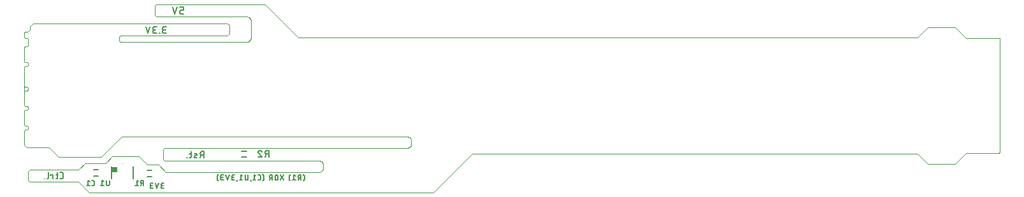
<source format=gbo>
G04 EAGLE Gerber X2 export*
%TF.Part,Single*%
%TF.FileFunction,Other,silk bottom*%
%TF.FilePolarity,Positive*%
%TF.GenerationSoftware,Autodesk,EAGLE,9.6.2*%
%TF.CreationDate,2021-11-14T09:40:45Z*%
G75*
%MOMM*%
%FSLAX34Y34*%
%LPD*%
%INsilk bottom*%
%AMOC8*
5,1,8,0,0,1.08239X$1,22.5*%
G01*
%ADD10C,0.000000*%
%ADD11C,0.152400*%
%ADD12C,0.127000*%
%ADD13C,0.010000*%
%ADD14R,0.750000X0.750000*%


D10*
X0Y-36000D02*
X3000Y-39000D01*
X32500Y-39000D01*
X0Y113500D02*
X1000Y114500D01*
X0Y113500D02*
X0Y107500D01*
X0Y94000D02*
X0Y75000D01*
X1000Y74000D01*
X4000Y74000D01*
X5000Y73000D01*
X5000Y70000D02*
X4000Y69000D01*
X1000Y69000D01*
X0Y68000D01*
X5000Y70000D02*
X5000Y73000D01*
X0Y68000D02*
X0Y42500D01*
X1000Y41500D01*
X4000Y41500D01*
X5000Y40500D01*
X5000Y37500D02*
X4000Y36500D01*
X1000Y36500D01*
X0Y35500D01*
X5000Y37500D02*
X5000Y40500D01*
X0Y42000D02*
X0Y35500D01*
X0Y16500D02*
X1000Y15500D01*
X4000Y15500D01*
X5000Y14500D01*
X5000Y11500D02*
X4000Y10500D01*
X1000Y10500D01*
X0Y9500D01*
X5000Y11500D02*
X5000Y14500D01*
X0Y-16500D02*
X0Y-36000D01*
X0Y-9500D02*
X0Y9500D01*
X0Y16500D02*
X0Y35500D01*
X0Y-9500D02*
X1000Y-10500D01*
X4000Y-10500D02*
X5000Y-11500D01*
X4000Y-10500D02*
X1000Y-10500D01*
X5000Y-11500D02*
X5000Y-14500D01*
X4000Y-15500D01*
X1000Y-15500D01*
X0Y-16500D01*
X1000Y106500D02*
X0Y107500D01*
X1000Y106500D02*
X4000Y106500D01*
X5000Y105500D01*
X5000Y96000D01*
X4000Y95000D01*
X1000Y95000D01*
X0Y94000D01*
D11*
X47460Y-81118D02*
X49379Y-81118D01*
X49465Y-81116D01*
X49551Y-81110D01*
X49637Y-81101D01*
X49722Y-81087D01*
X49806Y-81070D01*
X49890Y-81049D01*
X49972Y-81024D01*
X50053Y-80996D01*
X50133Y-80964D01*
X50212Y-80928D01*
X50288Y-80889D01*
X50363Y-80846D01*
X50436Y-80801D01*
X50507Y-80752D01*
X50575Y-80699D01*
X50642Y-80644D01*
X50705Y-80586D01*
X50766Y-80525D01*
X50824Y-80462D01*
X50879Y-80395D01*
X50932Y-80327D01*
X50981Y-80256D01*
X51026Y-80183D01*
X51069Y-80108D01*
X51108Y-80032D01*
X51144Y-79953D01*
X51176Y-79873D01*
X51204Y-79792D01*
X51229Y-79710D01*
X51250Y-79626D01*
X51267Y-79542D01*
X51281Y-79457D01*
X51290Y-79371D01*
X51296Y-79285D01*
X51298Y-79199D01*
X51298Y-74401D01*
X51296Y-74315D01*
X51290Y-74229D01*
X51281Y-74143D01*
X51267Y-74058D01*
X51250Y-73974D01*
X51229Y-73890D01*
X51204Y-73808D01*
X51176Y-73727D01*
X51144Y-73647D01*
X51108Y-73568D01*
X51069Y-73492D01*
X51026Y-73417D01*
X50981Y-73344D01*
X50932Y-73273D01*
X50879Y-73205D01*
X50824Y-73138D01*
X50766Y-73075D01*
X50705Y-73014D01*
X50642Y-72956D01*
X50576Y-72901D01*
X50507Y-72849D01*
X50436Y-72799D01*
X50363Y-72754D01*
X50288Y-72711D01*
X50212Y-72672D01*
X50133Y-72636D01*
X50053Y-72604D01*
X49972Y-72576D01*
X49890Y-72551D01*
X49806Y-72530D01*
X49722Y-72513D01*
X49637Y-72499D01*
X49551Y-72490D01*
X49465Y-72484D01*
X49379Y-72482D01*
X47460Y-72482D01*
X44615Y-75361D02*
X41737Y-75361D01*
X43656Y-72482D02*
X43656Y-79679D01*
X43655Y-79679D02*
X43653Y-79754D01*
X43647Y-79829D01*
X43637Y-79904D01*
X43624Y-79978D01*
X43606Y-80051D01*
X43585Y-80124D01*
X43559Y-80195D01*
X43531Y-80264D01*
X43498Y-80332D01*
X43462Y-80399D01*
X43423Y-80463D01*
X43380Y-80525D01*
X43334Y-80585D01*
X43285Y-80642D01*
X43234Y-80697D01*
X43179Y-80748D01*
X43122Y-80797D01*
X43062Y-80843D01*
X43000Y-80886D01*
X42936Y-80925D01*
X42869Y-80961D01*
X42801Y-80994D01*
X42732Y-81022D01*
X42661Y-81048D01*
X42588Y-81069D01*
X42515Y-81087D01*
X42441Y-81100D01*
X42366Y-81110D01*
X42291Y-81116D01*
X42216Y-81118D01*
X41737Y-81118D01*
X37597Y-81118D02*
X37597Y-75361D01*
X34719Y-75361D01*
X34719Y-76320D01*
X31539Y-79679D02*
X31539Y-72482D01*
X31539Y-79679D02*
X31537Y-79754D01*
X31531Y-79829D01*
X31521Y-79904D01*
X31508Y-79978D01*
X31490Y-80051D01*
X31469Y-80124D01*
X31443Y-80195D01*
X31415Y-80264D01*
X31382Y-80332D01*
X31346Y-80399D01*
X31307Y-80463D01*
X31264Y-80525D01*
X31218Y-80585D01*
X31169Y-80642D01*
X31118Y-80697D01*
X31063Y-80748D01*
X31006Y-80797D01*
X30946Y-80843D01*
X30884Y-80886D01*
X30820Y-80925D01*
X30753Y-80961D01*
X30685Y-80994D01*
X30616Y-81022D01*
X30545Y-81048D01*
X30472Y-81069D01*
X30399Y-81087D01*
X30325Y-81100D01*
X30250Y-81110D01*
X30175Y-81116D01*
X30100Y-81118D01*
X27155Y-81118D02*
X27155Y-80638D01*
X26676Y-80638D01*
X26676Y-81118D01*
X27155Y-81118D01*
X238298Y-53118D02*
X238298Y-44482D01*
X235899Y-44482D01*
X235802Y-44484D01*
X235706Y-44490D01*
X235610Y-44499D01*
X235514Y-44513D01*
X235419Y-44530D01*
X235325Y-44552D01*
X235232Y-44577D01*
X235139Y-44605D01*
X235048Y-44638D01*
X234959Y-44674D01*
X234871Y-44714D01*
X234784Y-44757D01*
X234700Y-44803D01*
X234617Y-44853D01*
X234536Y-44907D01*
X234458Y-44963D01*
X234382Y-45023D01*
X234308Y-45085D01*
X234237Y-45151D01*
X234169Y-45219D01*
X234103Y-45290D01*
X234041Y-45364D01*
X233981Y-45440D01*
X233925Y-45518D01*
X233871Y-45599D01*
X233821Y-45681D01*
X233775Y-45766D01*
X233732Y-45853D01*
X233692Y-45941D01*
X233656Y-46030D01*
X233623Y-46121D01*
X233595Y-46214D01*
X233570Y-46307D01*
X233548Y-46401D01*
X233531Y-46496D01*
X233517Y-46592D01*
X233508Y-46688D01*
X233502Y-46784D01*
X233500Y-46881D01*
X233502Y-46978D01*
X233508Y-47074D01*
X233517Y-47170D01*
X233531Y-47266D01*
X233548Y-47361D01*
X233570Y-47455D01*
X233595Y-47548D01*
X233623Y-47641D01*
X233656Y-47732D01*
X233692Y-47821D01*
X233732Y-47909D01*
X233775Y-47996D01*
X233821Y-48080D01*
X233871Y-48163D01*
X233925Y-48244D01*
X233981Y-48322D01*
X234041Y-48398D01*
X234103Y-48472D01*
X234169Y-48543D01*
X234237Y-48611D01*
X234308Y-48677D01*
X234382Y-48739D01*
X234458Y-48799D01*
X234536Y-48855D01*
X234617Y-48909D01*
X234699Y-48959D01*
X234784Y-49005D01*
X234871Y-49048D01*
X234959Y-49088D01*
X235048Y-49124D01*
X235139Y-49157D01*
X235232Y-49185D01*
X235325Y-49210D01*
X235419Y-49232D01*
X235514Y-49249D01*
X235610Y-49263D01*
X235706Y-49272D01*
X235802Y-49278D01*
X235899Y-49280D01*
X238298Y-49280D01*
X235419Y-49280D02*
X233500Y-53118D01*
X228649Y-49760D02*
X226250Y-50719D01*
X228649Y-49760D02*
X228712Y-49733D01*
X228774Y-49702D01*
X228834Y-49667D01*
X228892Y-49630D01*
X228948Y-49589D01*
X229001Y-49546D01*
X229052Y-49499D01*
X229100Y-49450D01*
X229146Y-49398D01*
X229188Y-49343D01*
X229228Y-49286D01*
X229264Y-49228D01*
X229297Y-49167D01*
X229326Y-49105D01*
X229352Y-49041D01*
X229375Y-48975D01*
X229393Y-48909D01*
X229408Y-48841D01*
X229420Y-48773D01*
X229427Y-48705D01*
X229431Y-48636D01*
X229430Y-48567D01*
X229426Y-48498D01*
X229418Y-48429D01*
X229407Y-48361D01*
X229391Y-48294D01*
X229372Y-48227D01*
X229350Y-48162D01*
X229323Y-48098D01*
X229293Y-48036D01*
X229260Y-47976D01*
X229223Y-47917D01*
X229184Y-47861D01*
X229141Y-47806D01*
X229095Y-47755D01*
X229047Y-47706D01*
X228995Y-47659D01*
X228942Y-47616D01*
X228886Y-47576D01*
X228827Y-47539D01*
X228767Y-47505D01*
X228705Y-47474D01*
X228642Y-47447D01*
X228577Y-47424D01*
X228511Y-47404D01*
X228444Y-47388D01*
X228376Y-47375D01*
X228307Y-47367D01*
X228238Y-47362D01*
X228169Y-47361D01*
X228030Y-47364D01*
X227891Y-47372D01*
X227752Y-47383D01*
X227614Y-47397D01*
X227476Y-47415D01*
X227338Y-47436D01*
X227201Y-47461D01*
X227065Y-47490D01*
X226929Y-47522D01*
X226795Y-47557D01*
X226661Y-47596D01*
X226528Y-47638D01*
X226397Y-47684D01*
X226267Y-47733D01*
X226138Y-47785D01*
X226010Y-47840D01*
X226250Y-50719D02*
X226187Y-50746D01*
X226125Y-50777D01*
X226065Y-50812D01*
X226007Y-50849D01*
X225951Y-50890D01*
X225898Y-50933D01*
X225847Y-50980D01*
X225799Y-51029D01*
X225753Y-51081D01*
X225711Y-51136D01*
X225671Y-51193D01*
X225635Y-51251D01*
X225602Y-51312D01*
X225573Y-51375D01*
X225547Y-51438D01*
X225524Y-51504D01*
X225506Y-51570D01*
X225491Y-51638D01*
X225479Y-51706D01*
X225472Y-51774D01*
X225468Y-51843D01*
X225469Y-51912D01*
X225473Y-51981D01*
X225481Y-52050D01*
X225492Y-52118D01*
X225508Y-52185D01*
X225527Y-52252D01*
X225549Y-52317D01*
X225576Y-52381D01*
X225606Y-52443D01*
X225639Y-52503D01*
X225676Y-52562D01*
X225715Y-52618D01*
X225758Y-52673D01*
X225804Y-52724D01*
X225852Y-52773D01*
X225904Y-52820D01*
X225957Y-52863D01*
X226013Y-52903D01*
X226072Y-52940D01*
X226132Y-52974D01*
X226194Y-53005D01*
X226257Y-53032D01*
X226322Y-53055D01*
X226388Y-53075D01*
X226455Y-53091D01*
X226523Y-53104D01*
X226592Y-53112D01*
X226661Y-53117D01*
X226730Y-53118D01*
X226729Y-53117D02*
X226922Y-53112D01*
X227114Y-53103D01*
X227306Y-53088D01*
X227497Y-53070D01*
X227688Y-53047D01*
X227879Y-53019D01*
X228069Y-52987D01*
X228257Y-52950D01*
X228445Y-52909D01*
X228632Y-52863D01*
X228818Y-52813D01*
X229003Y-52759D01*
X229186Y-52700D01*
X229368Y-52637D01*
X222289Y-47361D02*
X219411Y-47361D01*
X221330Y-44482D02*
X221330Y-51679D01*
X221328Y-51754D01*
X221322Y-51829D01*
X221312Y-51904D01*
X221299Y-51978D01*
X221281Y-52051D01*
X221260Y-52124D01*
X221234Y-52195D01*
X221206Y-52264D01*
X221173Y-52332D01*
X221137Y-52398D01*
X221098Y-52463D01*
X221055Y-52525D01*
X221009Y-52585D01*
X220960Y-52642D01*
X220909Y-52697D01*
X220854Y-52748D01*
X220797Y-52797D01*
X220737Y-52843D01*
X220675Y-52886D01*
X220611Y-52925D01*
X220544Y-52961D01*
X220476Y-52994D01*
X220407Y-53022D01*
X220336Y-53048D01*
X220263Y-53069D01*
X220190Y-53087D01*
X220116Y-53100D01*
X220041Y-53110D01*
X219966Y-53116D01*
X219891Y-53118D01*
X219411Y-53118D01*
X216107Y-53118D02*
X216107Y-52638D01*
X215627Y-52638D01*
X215627Y-53118D01*
X216107Y-53118D01*
D10*
X5000Y114500D02*
X1000Y114500D01*
X5000Y114500D02*
X7500Y117000D01*
X7500Y122000D01*
X11500Y126000D01*
X270000Y126000D01*
X272000Y124000D01*
X272000Y112000D01*
X270000Y110000D01*
X129000Y110000D01*
X126000Y107000D02*
X126000Y104000D01*
X129000Y101000D02*
X295000Y101000D01*
X301000Y108000D02*
X301000Y128000D01*
X295000Y135000D02*
X175000Y135000D01*
X173000Y137000D01*
X173000Y149000D01*
X175000Y151000D01*
X320000Y151000D01*
X363500Y107500D01*
X1295500Y106500D02*
X1296000Y106000D01*
X1296000Y-45500D01*
X1295000Y-46500D01*
X1295500Y106500D02*
X1251000Y106500D01*
X1187000Y107500D02*
X363500Y107500D01*
X129000Y110000D02*
X128893Y109998D01*
X128786Y109992D01*
X128679Y109983D01*
X128573Y109969D01*
X128467Y109952D01*
X128362Y109931D01*
X128258Y109907D01*
X128155Y109878D01*
X128053Y109846D01*
X127952Y109811D01*
X127852Y109772D01*
X127754Y109729D01*
X127657Y109683D01*
X127562Y109633D01*
X127469Y109580D01*
X127378Y109524D01*
X127289Y109464D01*
X127202Y109402D01*
X127118Y109336D01*
X127035Y109267D01*
X126956Y109196D01*
X126879Y109121D01*
X126804Y109044D01*
X126733Y108965D01*
X126664Y108882D01*
X126598Y108798D01*
X126536Y108711D01*
X126476Y108622D01*
X126420Y108531D01*
X126367Y108438D01*
X126317Y108343D01*
X126271Y108246D01*
X126228Y108148D01*
X126189Y108048D01*
X126154Y107947D01*
X126122Y107845D01*
X126093Y107742D01*
X126069Y107638D01*
X126048Y107533D01*
X126031Y107427D01*
X126017Y107321D01*
X126008Y107214D01*
X126002Y107107D01*
X126000Y107000D01*
X126000Y104000D02*
X126002Y103893D01*
X126008Y103786D01*
X126017Y103679D01*
X126031Y103573D01*
X126048Y103467D01*
X126069Y103362D01*
X126093Y103258D01*
X126122Y103155D01*
X126154Y103053D01*
X126189Y102952D01*
X126228Y102852D01*
X126271Y102754D01*
X126317Y102657D01*
X126367Y102562D01*
X126420Y102469D01*
X126476Y102378D01*
X126536Y102289D01*
X126598Y102202D01*
X126664Y102118D01*
X126733Y102035D01*
X126804Y101956D01*
X126879Y101879D01*
X126956Y101804D01*
X127035Y101733D01*
X127118Y101664D01*
X127202Y101598D01*
X127289Y101536D01*
X127378Y101476D01*
X127469Y101420D01*
X127562Y101367D01*
X127657Y101317D01*
X127754Y101271D01*
X127852Y101228D01*
X127952Y101189D01*
X128053Y101154D01*
X128155Y101122D01*
X128258Y101093D01*
X128362Y101069D01*
X128467Y101048D01*
X128573Y101031D01*
X128679Y101017D01*
X128786Y101008D01*
X128893Y101002D01*
X129000Y101000D01*
X295000Y101000D02*
X295159Y101014D01*
X295318Y101033D01*
X295477Y101055D01*
X295635Y101081D01*
X295792Y101110D01*
X295948Y101144D01*
X296104Y101181D01*
X296258Y101223D01*
X296412Y101268D01*
X296564Y101316D01*
X296715Y101369D01*
X296865Y101425D01*
X297014Y101485D01*
X297160Y101549D01*
X297306Y101616D01*
X297449Y101686D01*
X297591Y101760D01*
X297731Y101838D01*
X297869Y101919D01*
X298005Y102003D01*
X298139Y102091D01*
X298270Y102182D01*
X298400Y102276D01*
X298527Y102373D01*
X298651Y102474D01*
X298774Y102577D01*
X298893Y102684D01*
X299010Y102793D01*
X299124Y102905D01*
X299235Y103020D01*
X299344Y103137D01*
X299450Y103257D01*
X299552Y103380D01*
X299652Y103505D01*
X299748Y103633D01*
X299842Y103763D01*
X299932Y103895D01*
X300019Y104030D01*
X300102Y104166D01*
X300182Y104305D01*
X300259Y104445D01*
X300332Y104587D01*
X300402Y104731D01*
X300468Y104877D01*
X300531Y105024D01*
X300590Y105173D01*
X300645Y105323D01*
X300696Y105475D01*
X300744Y105627D01*
X300788Y105781D01*
X300829Y105936D01*
X300865Y106092D01*
X300898Y106248D01*
X300926Y106406D01*
X300951Y106564D01*
X300972Y106722D01*
X300990Y106881D01*
X301003Y107041D01*
X301012Y107201D01*
X301018Y107360D01*
X301019Y107520D01*
X301017Y107680D01*
X301010Y107840D01*
X301000Y108000D01*
X301000Y128000D02*
X301021Y128153D01*
X301039Y128306D01*
X301053Y128459D01*
X301063Y128613D01*
X301069Y128767D01*
X301071Y128921D01*
X301069Y129074D01*
X301064Y129228D01*
X301054Y129382D01*
X301041Y129535D01*
X301023Y129688D01*
X301002Y129841D01*
X300977Y129993D01*
X300948Y130144D01*
X300915Y130294D01*
X300879Y130444D01*
X300839Y130592D01*
X300795Y130740D01*
X300747Y130886D01*
X300695Y131031D01*
X300640Y131175D01*
X300581Y131317D01*
X300519Y131458D01*
X300453Y131597D01*
X300384Y131735D01*
X300311Y131870D01*
X300235Y132004D01*
X300155Y132136D01*
X300072Y132265D01*
X299986Y132393D01*
X299896Y132518D01*
X299804Y132641D01*
X299708Y132762D01*
X299609Y132880D01*
X299508Y132996D01*
X299403Y133109D01*
X299296Y133219D01*
X299186Y133326D01*
X299073Y133431D01*
X298957Y133533D01*
X298839Y133632D01*
X298719Y133728D01*
X298596Y133820D01*
X298471Y133910D01*
X298343Y133996D01*
X298214Y134080D01*
X298082Y134159D01*
X297949Y134236D01*
X297813Y134309D01*
X297676Y134378D01*
X297537Y134445D01*
X297396Y134507D01*
X297254Y134566D01*
X297110Y134621D01*
X296965Y134673D01*
X296819Y134721D01*
X296672Y134765D01*
X296523Y134806D01*
X296374Y134843D01*
X296223Y134876D01*
X296072Y134905D01*
X295920Y134930D01*
X295768Y134951D01*
X295615Y134969D01*
X295461Y134982D01*
X295308Y134992D01*
X295154Y134998D01*
X295000Y135000D01*
X102000Y-52000D02*
X45500Y-52000D01*
X32500Y-39000D01*
X102000Y-52000D02*
X129000Y-25000D01*
X514000Y-31000D02*
X514000Y-34000D01*
X508000Y-40000D02*
X186000Y-40000D01*
X184000Y-42000D01*
X184000Y-55000D01*
X186000Y-57000D01*
X508000Y-24999D02*
X508148Y-24990D01*
X508296Y-24985D01*
X508445Y-24983D01*
X508593Y-24985D01*
X508741Y-24992D01*
X508889Y-25002D01*
X509036Y-25016D01*
X509184Y-25034D01*
X509330Y-25056D01*
X509476Y-25082D01*
X509621Y-25112D01*
X509766Y-25145D01*
X509909Y-25183D01*
X510052Y-25224D01*
X510193Y-25269D01*
X510333Y-25317D01*
X510472Y-25370D01*
X510609Y-25426D01*
X510745Y-25485D01*
X510879Y-25549D01*
X511011Y-25615D01*
X511142Y-25686D01*
X511270Y-25759D01*
X511397Y-25836D01*
X511521Y-25917D01*
X511644Y-26000D01*
X511764Y-26087D01*
X511882Y-26177D01*
X511997Y-26270D01*
X512110Y-26367D01*
X512220Y-26466D01*
X512328Y-26568D01*
X512432Y-26672D01*
X512534Y-26780D01*
X512633Y-26890D01*
X512730Y-27003D01*
X512823Y-27118D01*
X512913Y-27236D01*
X513000Y-27356D01*
X513083Y-27479D01*
X513164Y-27603D01*
X513241Y-27730D01*
X513314Y-27858D01*
X513385Y-27989D01*
X513451Y-28121D01*
X513515Y-28255D01*
X513574Y-28391D01*
X513630Y-28528D01*
X513683Y-28667D01*
X513731Y-28807D01*
X513776Y-28948D01*
X513817Y-29091D01*
X513855Y-29234D01*
X513888Y-29379D01*
X513918Y-29524D01*
X513944Y-29670D01*
X513966Y-29816D01*
X513984Y-29964D01*
X513998Y-30111D01*
X514008Y-30259D01*
X514015Y-30407D01*
X514017Y-30555D01*
X514015Y-30704D01*
X514010Y-30852D01*
X514001Y-31000D01*
X514001Y-34000D02*
X514010Y-34148D01*
X514015Y-34296D01*
X514017Y-34445D01*
X514015Y-34593D01*
X514008Y-34741D01*
X513998Y-34889D01*
X513984Y-35036D01*
X513966Y-35184D01*
X513944Y-35330D01*
X513918Y-35476D01*
X513888Y-35621D01*
X513855Y-35766D01*
X513817Y-35909D01*
X513776Y-36052D01*
X513731Y-36193D01*
X513683Y-36333D01*
X513630Y-36472D01*
X513574Y-36609D01*
X513515Y-36745D01*
X513451Y-36879D01*
X513385Y-37011D01*
X513314Y-37142D01*
X513241Y-37270D01*
X513164Y-37397D01*
X513083Y-37521D01*
X513000Y-37644D01*
X512913Y-37764D01*
X512823Y-37882D01*
X512730Y-37997D01*
X512633Y-38110D01*
X512534Y-38220D01*
X512432Y-38328D01*
X512328Y-38432D01*
X512220Y-38534D01*
X512110Y-38633D01*
X511997Y-38730D01*
X511882Y-38823D01*
X511764Y-38913D01*
X511644Y-39000D01*
X511521Y-39083D01*
X511397Y-39164D01*
X511270Y-39241D01*
X511142Y-39314D01*
X511011Y-39385D01*
X510879Y-39451D01*
X510745Y-39515D01*
X510609Y-39574D01*
X510472Y-39630D01*
X510333Y-39683D01*
X510193Y-39731D01*
X510052Y-39776D01*
X509909Y-39817D01*
X509766Y-39855D01*
X509621Y-39888D01*
X509476Y-39918D01*
X509330Y-39944D01*
X509184Y-39966D01*
X509036Y-39984D01*
X508889Y-39998D01*
X508741Y-40008D01*
X508593Y-40015D01*
X508445Y-40017D01*
X508296Y-40015D01*
X508148Y-40010D01*
X508000Y-40001D01*
X508000Y-25000D02*
X129000Y-25000D01*
X7000Y-85000D02*
X5000Y-83000D01*
X5000Y-71000D01*
X7000Y-69000D01*
X72000Y-69000D01*
X81000Y-60000D01*
X108000Y-60000D01*
X117000Y-51000D01*
X152000Y-51000D01*
X163000Y-62000D01*
X178000Y-62000D01*
X391000Y-56999D02*
X391148Y-56990D01*
X391296Y-56985D01*
X391445Y-56983D01*
X391593Y-56985D01*
X391741Y-56992D01*
X391889Y-57002D01*
X392036Y-57016D01*
X392184Y-57034D01*
X392330Y-57056D01*
X392476Y-57082D01*
X392621Y-57112D01*
X392766Y-57145D01*
X392909Y-57183D01*
X393052Y-57224D01*
X393193Y-57269D01*
X393333Y-57317D01*
X393472Y-57370D01*
X393609Y-57426D01*
X393745Y-57485D01*
X393879Y-57549D01*
X394011Y-57615D01*
X394142Y-57686D01*
X394270Y-57759D01*
X394397Y-57836D01*
X394521Y-57917D01*
X394644Y-58000D01*
X394764Y-58087D01*
X394882Y-58177D01*
X394997Y-58270D01*
X395110Y-58367D01*
X395220Y-58466D01*
X395328Y-58568D01*
X395432Y-58672D01*
X395534Y-58780D01*
X395633Y-58890D01*
X395730Y-59003D01*
X395823Y-59118D01*
X395913Y-59236D01*
X396000Y-59356D01*
X396083Y-59479D01*
X396164Y-59603D01*
X396241Y-59730D01*
X396314Y-59858D01*
X396385Y-59989D01*
X396451Y-60121D01*
X396515Y-60255D01*
X396574Y-60391D01*
X396630Y-60528D01*
X396683Y-60667D01*
X396731Y-60807D01*
X396776Y-60948D01*
X396817Y-61091D01*
X396855Y-61234D01*
X396888Y-61379D01*
X396918Y-61524D01*
X396944Y-61670D01*
X396966Y-61816D01*
X396984Y-61964D01*
X396998Y-62111D01*
X397008Y-62259D01*
X397015Y-62407D01*
X397017Y-62555D01*
X397015Y-62704D01*
X397010Y-62852D01*
X397001Y-63000D01*
X397000Y-63000D02*
X397000Y-66000D01*
X397001Y-66000D02*
X397010Y-66148D01*
X397015Y-66296D01*
X397017Y-66445D01*
X397015Y-66593D01*
X397008Y-66741D01*
X396998Y-66889D01*
X396984Y-67036D01*
X396966Y-67184D01*
X396944Y-67330D01*
X396918Y-67476D01*
X396888Y-67621D01*
X396855Y-67766D01*
X396817Y-67909D01*
X396776Y-68052D01*
X396731Y-68193D01*
X396683Y-68333D01*
X396630Y-68472D01*
X396574Y-68609D01*
X396515Y-68745D01*
X396451Y-68879D01*
X396385Y-69011D01*
X396314Y-69142D01*
X396241Y-69270D01*
X396164Y-69397D01*
X396083Y-69521D01*
X396000Y-69644D01*
X395913Y-69764D01*
X395823Y-69882D01*
X395730Y-69997D01*
X395633Y-70110D01*
X395534Y-70220D01*
X395432Y-70328D01*
X395328Y-70432D01*
X395220Y-70534D01*
X395110Y-70633D01*
X394997Y-70730D01*
X394882Y-70823D01*
X394764Y-70913D01*
X394644Y-71000D01*
X394521Y-71083D01*
X394397Y-71164D01*
X394270Y-71241D01*
X394142Y-71314D01*
X394011Y-71385D01*
X393879Y-71451D01*
X393745Y-71515D01*
X393609Y-71574D01*
X393472Y-71630D01*
X393333Y-71683D01*
X393193Y-71731D01*
X393052Y-71776D01*
X392909Y-71817D01*
X392766Y-71855D01*
X392621Y-71888D01*
X392476Y-71918D01*
X392330Y-71944D01*
X392184Y-71966D01*
X392036Y-71984D01*
X391889Y-71998D01*
X391741Y-72008D01*
X391593Y-72015D01*
X391445Y-72017D01*
X391296Y-72015D01*
X391148Y-72010D01*
X391000Y-72001D01*
X391000Y-72000D02*
X188000Y-72000D01*
X178000Y-62000D01*
X186000Y-57000D02*
X391000Y-57000D01*
X72000Y-85000D02*
X7000Y-85000D01*
X72000Y-85000D02*
X86000Y-99000D01*
X543500Y-99000D01*
X595000Y-47500D01*
X1187000Y-47500D02*
X1200500Y-61000D01*
X1236500Y-61000D01*
X1251000Y-46500D01*
X1295000Y-46500D01*
X1187000Y-47500D02*
X595000Y-47500D01*
D12*
X372425Y-79316D02*
X372423Y-79159D01*
X372417Y-79002D01*
X372408Y-78846D01*
X372395Y-78689D01*
X372378Y-78533D01*
X372357Y-78378D01*
X372333Y-78223D01*
X372305Y-78068D01*
X372273Y-77914D01*
X372237Y-77762D01*
X372198Y-77610D01*
X372155Y-77459D01*
X372109Y-77309D01*
X372059Y-77160D01*
X372005Y-77013D01*
X371948Y-76866D01*
X371887Y-76722D01*
X371823Y-76578D01*
X371755Y-76437D01*
X371684Y-76297D01*
X371610Y-76158D01*
X371533Y-76022D01*
X371452Y-75888D01*
X371368Y-75755D01*
X371280Y-75625D01*
X371190Y-75496D01*
X371097Y-75370D01*
X371000Y-75246D01*
X370901Y-75125D01*
X372425Y-79316D02*
X372423Y-79473D01*
X372417Y-79630D01*
X372408Y-79786D01*
X372395Y-79943D01*
X372378Y-80099D01*
X372357Y-80254D01*
X372333Y-80409D01*
X372305Y-80564D01*
X372273Y-80718D01*
X372237Y-80870D01*
X372198Y-81022D01*
X372155Y-81173D01*
X372109Y-81323D01*
X372059Y-81472D01*
X372005Y-81619D01*
X371948Y-81766D01*
X371887Y-81910D01*
X371823Y-82054D01*
X371755Y-82195D01*
X371684Y-82335D01*
X371610Y-82474D01*
X371533Y-82610D01*
X371452Y-82744D01*
X371368Y-82877D01*
X371280Y-83007D01*
X371190Y-83136D01*
X371097Y-83262D01*
X371000Y-83386D01*
X370901Y-83507D01*
X367430Y-82745D02*
X367430Y-75887D01*
X365525Y-75887D01*
X365440Y-75889D01*
X365354Y-75895D01*
X365269Y-75904D01*
X365185Y-75918D01*
X365101Y-75935D01*
X365018Y-75956D01*
X364936Y-75980D01*
X364856Y-76008D01*
X364776Y-76040D01*
X364698Y-76076D01*
X364622Y-76114D01*
X364548Y-76157D01*
X364476Y-76202D01*
X364405Y-76251D01*
X364337Y-76303D01*
X364272Y-76357D01*
X364209Y-76415D01*
X364148Y-76476D01*
X364090Y-76539D01*
X364036Y-76604D01*
X363984Y-76672D01*
X363935Y-76743D01*
X363890Y-76815D01*
X363847Y-76889D01*
X363809Y-76965D01*
X363773Y-77043D01*
X363741Y-77123D01*
X363713Y-77203D01*
X363689Y-77285D01*
X363668Y-77368D01*
X363651Y-77452D01*
X363637Y-77536D01*
X363628Y-77621D01*
X363622Y-77707D01*
X363620Y-77792D01*
X363622Y-77877D01*
X363628Y-77963D01*
X363637Y-78048D01*
X363651Y-78132D01*
X363668Y-78216D01*
X363689Y-78299D01*
X363713Y-78381D01*
X363741Y-78461D01*
X363773Y-78541D01*
X363809Y-78619D01*
X363847Y-78695D01*
X363890Y-78769D01*
X363935Y-78841D01*
X363984Y-78912D01*
X364036Y-78980D01*
X364090Y-79045D01*
X364148Y-79108D01*
X364209Y-79169D01*
X364272Y-79227D01*
X364337Y-79281D01*
X364405Y-79333D01*
X364476Y-79382D01*
X364548Y-79427D01*
X364622Y-79470D01*
X364698Y-79508D01*
X364776Y-79544D01*
X364856Y-79576D01*
X364936Y-79604D01*
X365018Y-79628D01*
X365101Y-79649D01*
X365185Y-79666D01*
X365269Y-79680D01*
X365354Y-79689D01*
X365440Y-79695D01*
X365525Y-79697D01*
X367430Y-79697D01*
X365144Y-79697D02*
X363620Y-82745D01*
X360185Y-77411D02*
X358280Y-75887D01*
X358280Y-82745D01*
X360185Y-82745D02*
X356375Y-82745D01*
X353217Y-83507D02*
X353118Y-83386D01*
X353021Y-83262D01*
X352928Y-83136D01*
X352838Y-83007D01*
X352750Y-82877D01*
X352666Y-82744D01*
X352585Y-82610D01*
X352508Y-82474D01*
X352434Y-82335D01*
X352363Y-82195D01*
X352295Y-82054D01*
X352231Y-81910D01*
X352170Y-81766D01*
X352113Y-81619D01*
X352059Y-81472D01*
X352009Y-81323D01*
X351963Y-81173D01*
X351920Y-81022D01*
X351881Y-80870D01*
X351845Y-80718D01*
X351813Y-80564D01*
X351785Y-80409D01*
X351761Y-80254D01*
X351740Y-80099D01*
X351723Y-79943D01*
X351710Y-79786D01*
X351701Y-79630D01*
X351695Y-79473D01*
X351693Y-79316D01*
X351695Y-79159D01*
X351701Y-79002D01*
X351710Y-78846D01*
X351723Y-78689D01*
X351740Y-78533D01*
X351761Y-78378D01*
X351785Y-78223D01*
X351813Y-78068D01*
X351845Y-77914D01*
X351881Y-77762D01*
X351920Y-77610D01*
X351963Y-77459D01*
X352009Y-77309D01*
X352059Y-77160D01*
X352113Y-77013D01*
X352170Y-76866D01*
X352231Y-76722D01*
X352295Y-76578D01*
X352363Y-76437D01*
X352434Y-76297D01*
X352508Y-76158D01*
X352585Y-76022D01*
X352666Y-75888D01*
X352750Y-75755D01*
X352838Y-75625D01*
X352928Y-75496D01*
X353021Y-75370D01*
X353118Y-75246D01*
X353217Y-75125D01*
X344716Y-82745D02*
X340144Y-75887D01*
X344716Y-75887D02*
X340144Y-82745D01*
X337020Y-80840D02*
X337020Y-77792D01*
X337018Y-77707D01*
X337012Y-77621D01*
X337003Y-77536D01*
X336989Y-77452D01*
X336972Y-77368D01*
X336951Y-77285D01*
X336927Y-77203D01*
X336899Y-77123D01*
X336867Y-77043D01*
X336831Y-76965D01*
X336793Y-76889D01*
X336750Y-76815D01*
X336705Y-76743D01*
X336656Y-76672D01*
X336604Y-76604D01*
X336550Y-76539D01*
X336492Y-76476D01*
X336431Y-76415D01*
X336368Y-76357D01*
X336303Y-76303D01*
X336235Y-76251D01*
X336164Y-76202D01*
X336092Y-76157D01*
X336018Y-76114D01*
X335942Y-76076D01*
X335864Y-76040D01*
X335784Y-76008D01*
X335704Y-75980D01*
X335622Y-75956D01*
X335539Y-75935D01*
X335455Y-75918D01*
X335371Y-75904D01*
X335286Y-75895D01*
X335200Y-75889D01*
X335115Y-75887D01*
X335030Y-75889D01*
X334944Y-75895D01*
X334859Y-75904D01*
X334775Y-75918D01*
X334691Y-75935D01*
X334608Y-75956D01*
X334526Y-75980D01*
X334446Y-76008D01*
X334366Y-76040D01*
X334288Y-76076D01*
X334212Y-76114D01*
X334138Y-76157D01*
X334066Y-76202D01*
X333995Y-76251D01*
X333927Y-76303D01*
X333862Y-76357D01*
X333799Y-76415D01*
X333738Y-76476D01*
X333680Y-76539D01*
X333626Y-76604D01*
X333574Y-76672D01*
X333525Y-76743D01*
X333480Y-76815D01*
X333437Y-76889D01*
X333399Y-76965D01*
X333363Y-77043D01*
X333331Y-77123D01*
X333303Y-77203D01*
X333279Y-77285D01*
X333258Y-77368D01*
X333241Y-77452D01*
X333227Y-77536D01*
X333218Y-77621D01*
X333212Y-77707D01*
X333210Y-77792D01*
X333210Y-80840D01*
X333212Y-80925D01*
X333218Y-81011D01*
X333227Y-81096D01*
X333241Y-81180D01*
X333258Y-81264D01*
X333279Y-81347D01*
X333303Y-81429D01*
X333331Y-81509D01*
X333363Y-81589D01*
X333399Y-81667D01*
X333437Y-81743D01*
X333480Y-81817D01*
X333525Y-81889D01*
X333574Y-81960D01*
X333626Y-82028D01*
X333680Y-82093D01*
X333738Y-82156D01*
X333799Y-82217D01*
X333862Y-82275D01*
X333927Y-82329D01*
X333995Y-82381D01*
X334066Y-82430D01*
X334138Y-82475D01*
X334212Y-82518D01*
X334288Y-82556D01*
X334366Y-82592D01*
X334446Y-82624D01*
X334526Y-82652D01*
X334608Y-82676D01*
X334691Y-82697D01*
X334775Y-82714D01*
X334859Y-82728D01*
X334944Y-82737D01*
X335030Y-82743D01*
X335115Y-82745D01*
X335200Y-82743D01*
X335286Y-82737D01*
X335371Y-82728D01*
X335455Y-82714D01*
X335539Y-82697D01*
X335622Y-82676D01*
X335704Y-82652D01*
X335784Y-82624D01*
X335864Y-82592D01*
X335942Y-82556D01*
X336018Y-82518D01*
X336092Y-82475D01*
X336164Y-82430D01*
X336235Y-82381D01*
X336303Y-82329D01*
X336368Y-82275D01*
X336431Y-82217D01*
X336492Y-82156D01*
X336550Y-82093D01*
X336604Y-82028D01*
X336656Y-81960D01*
X336705Y-81889D01*
X336750Y-81817D01*
X336793Y-81743D01*
X336831Y-81667D01*
X336867Y-81589D01*
X336899Y-81509D01*
X336927Y-81429D01*
X336951Y-81347D01*
X336972Y-81264D01*
X336989Y-81180D01*
X337003Y-81096D01*
X337012Y-81011D01*
X337018Y-80925D01*
X337020Y-80840D01*
X329391Y-82745D02*
X329391Y-75887D01*
X327486Y-75887D01*
X327401Y-75889D01*
X327315Y-75895D01*
X327230Y-75904D01*
X327146Y-75918D01*
X327062Y-75935D01*
X326979Y-75956D01*
X326897Y-75980D01*
X326817Y-76008D01*
X326737Y-76040D01*
X326659Y-76076D01*
X326583Y-76114D01*
X326509Y-76157D01*
X326437Y-76202D01*
X326366Y-76251D01*
X326298Y-76303D01*
X326233Y-76357D01*
X326170Y-76415D01*
X326109Y-76476D01*
X326051Y-76539D01*
X325997Y-76604D01*
X325945Y-76672D01*
X325896Y-76743D01*
X325851Y-76815D01*
X325808Y-76889D01*
X325770Y-76965D01*
X325734Y-77043D01*
X325702Y-77123D01*
X325674Y-77203D01*
X325650Y-77285D01*
X325629Y-77368D01*
X325612Y-77452D01*
X325598Y-77536D01*
X325589Y-77621D01*
X325583Y-77707D01*
X325581Y-77792D01*
X325583Y-77877D01*
X325589Y-77963D01*
X325598Y-78048D01*
X325612Y-78132D01*
X325629Y-78216D01*
X325650Y-78299D01*
X325674Y-78381D01*
X325702Y-78461D01*
X325734Y-78541D01*
X325770Y-78619D01*
X325808Y-78695D01*
X325851Y-78769D01*
X325896Y-78841D01*
X325945Y-78912D01*
X325997Y-78980D01*
X326051Y-79045D01*
X326109Y-79108D01*
X326170Y-79169D01*
X326233Y-79227D01*
X326298Y-79281D01*
X326366Y-79333D01*
X326437Y-79382D01*
X326509Y-79427D01*
X326583Y-79470D01*
X326659Y-79508D01*
X326737Y-79544D01*
X326817Y-79576D01*
X326897Y-79604D01*
X326979Y-79628D01*
X327062Y-79649D01*
X327146Y-79666D01*
X327230Y-79680D01*
X327315Y-79689D01*
X327401Y-79695D01*
X327486Y-79697D01*
X329391Y-79697D01*
X327105Y-79697D02*
X325581Y-82745D01*
X318293Y-79316D02*
X318291Y-79159D01*
X318285Y-79002D01*
X318276Y-78846D01*
X318263Y-78689D01*
X318246Y-78533D01*
X318225Y-78378D01*
X318201Y-78223D01*
X318173Y-78068D01*
X318141Y-77914D01*
X318105Y-77762D01*
X318066Y-77610D01*
X318023Y-77459D01*
X317977Y-77309D01*
X317927Y-77160D01*
X317873Y-77013D01*
X317816Y-76866D01*
X317755Y-76722D01*
X317691Y-76578D01*
X317623Y-76437D01*
X317552Y-76297D01*
X317478Y-76158D01*
X317401Y-76022D01*
X317320Y-75888D01*
X317236Y-75755D01*
X317148Y-75625D01*
X317058Y-75496D01*
X316965Y-75370D01*
X316868Y-75246D01*
X316769Y-75125D01*
X318293Y-79316D02*
X318291Y-79473D01*
X318285Y-79630D01*
X318276Y-79786D01*
X318263Y-79943D01*
X318246Y-80099D01*
X318225Y-80254D01*
X318201Y-80409D01*
X318173Y-80564D01*
X318141Y-80718D01*
X318105Y-80870D01*
X318066Y-81022D01*
X318023Y-81173D01*
X317977Y-81323D01*
X317927Y-81472D01*
X317873Y-81619D01*
X317816Y-81766D01*
X317755Y-81910D01*
X317691Y-82054D01*
X317623Y-82195D01*
X317552Y-82335D01*
X317478Y-82474D01*
X317401Y-82610D01*
X317320Y-82744D01*
X317236Y-82877D01*
X317148Y-83007D01*
X317058Y-83136D01*
X316965Y-83262D01*
X316868Y-83386D01*
X316769Y-83507D01*
X312119Y-82745D02*
X310595Y-82745D01*
X312119Y-82745D02*
X312196Y-82743D01*
X312273Y-82737D01*
X312350Y-82727D01*
X312426Y-82714D01*
X312501Y-82696D01*
X312575Y-82675D01*
X312648Y-82650D01*
X312720Y-82621D01*
X312790Y-82589D01*
X312859Y-82554D01*
X312925Y-82514D01*
X312990Y-82472D01*
X313052Y-82426D01*
X313112Y-82377D01*
X313169Y-82326D01*
X313224Y-82271D01*
X313275Y-82214D01*
X313324Y-82154D01*
X313370Y-82092D01*
X313412Y-82027D01*
X313452Y-81961D01*
X313487Y-81892D01*
X313519Y-81822D01*
X313548Y-81750D01*
X313573Y-81677D01*
X313594Y-81603D01*
X313612Y-81528D01*
X313625Y-81452D01*
X313635Y-81375D01*
X313641Y-81298D01*
X313643Y-81221D01*
X313643Y-77411D01*
X313641Y-77334D01*
X313635Y-77257D01*
X313625Y-77180D01*
X313612Y-77104D01*
X313594Y-77029D01*
X313573Y-76955D01*
X313548Y-76882D01*
X313519Y-76810D01*
X313487Y-76740D01*
X313452Y-76671D01*
X313412Y-76605D01*
X313370Y-76540D01*
X313324Y-76478D01*
X313275Y-76418D01*
X313224Y-76361D01*
X313169Y-76306D01*
X313112Y-76255D01*
X313052Y-76206D01*
X312990Y-76160D01*
X312925Y-76118D01*
X312859Y-76078D01*
X312790Y-76043D01*
X312720Y-76011D01*
X312648Y-75982D01*
X312575Y-75957D01*
X312501Y-75936D01*
X312426Y-75918D01*
X312350Y-75905D01*
X312273Y-75895D01*
X312196Y-75889D01*
X312119Y-75887D01*
X310595Y-75887D01*
X307515Y-77411D02*
X305610Y-75887D01*
X305610Y-82745D01*
X307515Y-82745D02*
X303705Y-82745D01*
X300721Y-82745D02*
X300340Y-82745D01*
X300721Y-82745D02*
X300721Y-82364D01*
X300340Y-82364D01*
X300340Y-82745D01*
X300912Y-84269D01*
X297030Y-80840D02*
X297030Y-75887D01*
X297030Y-80840D02*
X297028Y-80925D01*
X297022Y-81011D01*
X297013Y-81096D01*
X296999Y-81180D01*
X296982Y-81264D01*
X296961Y-81347D01*
X296937Y-81429D01*
X296909Y-81509D01*
X296877Y-81589D01*
X296841Y-81667D01*
X296803Y-81743D01*
X296760Y-81817D01*
X296715Y-81889D01*
X296666Y-81960D01*
X296614Y-82028D01*
X296560Y-82093D01*
X296502Y-82156D01*
X296441Y-82217D01*
X296378Y-82275D01*
X296313Y-82329D01*
X296245Y-82381D01*
X296174Y-82430D01*
X296102Y-82475D01*
X296028Y-82518D01*
X295952Y-82556D01*
X295874Y-82592D01*
X295794Y-82624D01*
X295714Y-82652D01*
X295632Y-82676D01*
X295549Y-82697D01*
X295465Y-82714D01*
X295381Y-82728D01*
X295296Y-82737D01*
X295210Y-82743D01*
X295125Y-82745D01*
X295040Y-82743D01*
X294954Y-82737D01*
X294869Y-82728D01*
X294785Y-82714D01*
X294701Y-82697D01*
X294618Y-82676D01*
X294536Y-82652D01*
X294456Y-82624D01*
X294376Y-82592D01*
X294298Y-82556D01*
X294222Y-82518D01*
X294148Y-82475D01*
X294076Y-82430D01*
X294005Y-82381D01*
X293937Y-82329D01*
X293872Y-82275D01*
X293809Y-82217D01*
X293748Y-82156D01*
X293690Y-82093D01*
X293636Y-82028D01*
X293584Y-81960D01*
X293535Y-81889D01*
X293490Y-81817D01*
X293447Y-81743D01*
X293409Y-81667D01*
X293373Y-81589D01*
X293341Y-81509D01*
X293313Y-81429D01*
X293289Y-81347D01*
X293268Y-81264D01*
X293251Y-81180D01*
X293237Y-81096D01*
X293228Y-81011D01*
X293222Y-80925D01*
X293220Y-80840D01*
X293220Y-75887D01*
X289471Y-77411D02*
X287566Y-75887D01*
X287566Y-82745D01*
X289471Y-82745D02*
X285661Y-82745D01*
X282677Y-82745D02*
X282296Y-82745D01*
X282677Y-82745D02*
X282677Y-82364D01*
X282296Y-82364D01*
X282296Y-82745D01*
X282867Y-84269D01*
X279230Y-82745D02*
X277325Y-82745D01*
X277240Y-82743D01*
X277154Y-82737D01*
X277069Y-82728D01*
X276985Y-82714D01*
X276901Y-82697D01*
X276818Y-82676D01*
X276736Y-82652D01*
X276656Y-82624D01*
X276576Y-82592D01*
X276498Y-82556D01*
X276422Y-82518D01*
X276348Y-82475D01*
X276276Y-82430D01*
X276205Y-82381D01*
X276137Y-82329D01*
X276072Y-82275D01*
X276009Y-82217D01*
X275948Y-82156D01*
X275890Y-82093D01*
X275836Y-82028D01*
X275784Y-81960D01*
X275735Y-81889D01*
X275690Y-81817D01*
X275647Y-81743D01*
X275609Y-81667D01*
X275573Y-81589D01*
X275541Y-81509D01*
X275513Y-81429D01*
X275489Y-81347D01*
X275468Y-81264D01*
X275451Y-81180D01*
X275437Y-81096D01*
X275428Y-81011D01*
X275422Y-80925D01*
X275420Y-80840D01*
X275422Y-80755D01*
X275428Y-80669D01*
X275437Y-80584D01*
X275451Y-80500D01*
X275468Y-80416D01*
X275489Y-80333D01*
X275513Y-80251D01*
X275541Y-80171D01*
X275573Y-80091D01*
X275609Y-80013D01*
X275647Y-79937D01*
X275690Y-79863D01*
X275735Y-79791D01*
X275784Y-79720D01*
X275836Y-79652D01*
X275890Y-79587D01*
X275948Y-79524D01*
X276009Y-79463D01*
X276072Y-79405D01*
X276137Y-79351D01*
X276205Y-79299D01*
X276276Y-79250D01*
X276348Y-79205D01*
X276422Y-79162D01*
X276498Y-79124D01*
X276576Y-79088D01*
X276656Y-79056D01*
X276736Y-79028D01*
X276818Y-79004D01*
X276901Y-78983D01*
X276985Y-78966D01*
X277069Y-78952D01*
X277154Y-78943D01*
X277240Y-78937D01*
X277325Y-78935D01*
X276944Y-75887D02*
X279230Y-75887D01*
X276944Y-75887D02*
X276867Y-75889D01*
X276790Y-75895D01*
X276713Y-75905D01*
X276637Y-75918D01*
X276562Y-75936D01*
X276488Y-75957D01*
X276415Y-75982D01*
X276343Y-76011D01*
X276273Y-76043D01*
X276204Y-76078D01*
X276138Y-76118D01*
X276073Y-76160D01*
X276011Y-76206D01*
X275951Y-76255D01*
X275894Y-76306D01*
X275839Y-76361D01*
X275788Y-76418D01*
X275739Y-76478D01*
X275693Y-76540D01*
X275651Y-76605D01*
X275611Y-76671D01*
X275576Y-76740D01*
X275544Y-76810D01*
X275515Y-76882D01*
X275490Y-76955D01*
X275469Y-77029D01*
X275451Y-77104D01*
X275438Y-77180D01*
X275428Y-77257D01*
X275422Y-77334D01*
X275420Y-77411D01*
X275422Y-77488D01*
X275428Y-77565D01*
X275438Y-77642D01*
X275451Y-77718D01*
X275469Y-77793D01*
X275490Y-77867D01*
X275515Y-77940D01*
X275544Y-78012D01*
X275576Y-78082D01*
X275611Y-78151D01*
X275651Y-78217D01*
X275693Y-78282D01*
X275739Y-78344D01*
X275788Y-78404D01*
X275839Y-78461D01*
X275894Y-78516D01*
X275951Y-78567D01*
X276011Y-78616D01*
X276073Y-78662D01*
X276138Y-78704D01*
X276204Y-78744D01*
X276273Y-78779D01*
X276343Y-78811D01*
X276415Y-78840D01*
X276488Y-78865D01*
X276562Y-78886D01*
X276637Y-78904D01*
X276713Y-78917D01*
X276790Y-78927D01*
X276867Y-78933D01*
X276944Y-78935D01*
X278468Y-78935D01*
X272296Y-75887D02*
X270010Y-82745D01*
X267724Y-75887D01*
X264600Y-82745D02*
X262695Y-82745D01*
X262610Y-82743D01*
X262524Y-82737D01*
X262439Y-82728D01*
X262355Y-82714D01*
X262271Y-82697D01*
X262188Y-82676D01*
X262106Y-82652D01*
X262026Y-82624D01*
X261946Y-82592D01*
X261868Y-82556D01*
X261792Y-82518D01*
X261718Y-82475D01*
X261646Y-82430D01*
X261575Y-82381D01*
X261507Y-82329D01*
X261442Y-82275D01*
X261379Y-82217D01*
X261318Y-82156D01*
X261260Y-82093D01*
X261206Y-82028D01*
X261154Y-81960D01*
X261105Y-81889D01*
X261060Y-81817D01*
X261017Y-81743D01*
X260979Y-81667D01*
X260943Y-81589D01*
X260911Y-81509D01*
X260883Y-81429D01*
X260859Y-81347D01*
X260838Y-81264D01*
X260821Y-81180D01*
X260807Y-81096D01*
X260798Y-81011D01*
X260792Y-80925D01*
X260790Y-80840D01*
X260792Y-80755D01*
X260798Y-80669D01*
X260807Y-80584D01*
X260821Y-80500D01*
X260838Y-80416D01*
X260859Y-80333D01*
X260883Y-80251D01*
X260911Y-80171D01*
X260943Y-80091D01*
X260979Y-80013D01*
X261017Y-79937D01*
X261060Y-79863D01*
X261105Y-79791D01*
X261154Y-79720D01*
X261206Y-79652D01*
X261260Y-79587D01*
X261318Y-79524D01*
X261379Y-79463D01*
X261442Y-79405D01*
X261507Y-79351D01*
X261575Y-79299D01*
X261646Y-79250D01*
X261718Y-79205D01*
X261792Y-79162D01*
X261868Y-79124D01*
X261946Y-79088D01*
X262026Y-79056D01*
X262106Y-79028D01*
X262188Y-79004D01*
X262271Y-78983D01*
X262355Y-78966D01*
X262439Y-78952D01*
X262524Y-78943D01*
X262610Y-78937D01*
X262695Y-78935D01*
X262314Y-75887D02*
X264600Y-75887D01*
X262314Y-75887D02*
X262237Y-75889D01*
X262160Y-75895D01*
X262083Y-75905D01*
X262007Y-75918D01*
X261932Y-75936D01*
X261858Y-75957D01*
X261785Y-75982D01*
X261713Y-76011D01*
X261643Y-76043D01*
X261574Y-76078D01*
X261508Y-76118D01*
X261443Y-76160D01*
X261381Y-76206D01*
X261321Y-76255D01*
X261264Y-76306D01*
X261209Y-76361D01*
X261158Y-76418D01*
X261109Y-76478D01*
X261063Y-76540D01*
X261021Y-76605D01*
X260981Y-76671D01*
X260946Y-76740D01*
X260914Y-76810D01*
X260885Y-76882D01*
X260860Y-76955D01*
X260839Y-77029D01*
X260821Y-77104D01*
X260808Y-77180D01*
X260798Y-77257D01*
X260792Y-77334D01*
X260790Y-77411D01*
X260792Y-77488D01*
X260798Y-77565D01*
X260808Y-77642D01*
X260821Y-77718D01*
X260839Y-77793D01*
X260860Y-77867D01*
X260885Y-77940D01*
X260914Y-78012D01*
X260946Y-78082D01*
X260981Y-78151D01*
X261021Y-78217D01*
X261063Y-78282D01*
X261109Y-78344D01*
X261158Y-78404D01*
X261209Y-78461D01*
X261264Y-78516D01*
X261321Y-78567D01*
X261381Y-78616D01*
X261443Y-78662D01*
X261508Y-78704D01*
X261574Y-78744D01*
X261643Y-78779D01*
X261713Y-78811D01*
X261785Y-78840D01*
X261858Y-78865D01*
X261932Y-78886D01*
X262007Y-78904D01*
X262083Y-78917D01*
X262160Y-78927D01*
X262237Y-78933D01*
X262314Y-78935D01*
X263838Y-78935D01*
X257632Y-83507D02*
X257533Y-83386D01*
X257436Y-83262D01*
X257343Y-83136D01*
X257253Y-83007D01*
X257165Y-82877D01*
X257081Y-82744D01*
X257000Y-82610D01*
X256923Y-82474D01*
X256849Y-82335D01*
X256778Y-82195D01*
X256710Y-82054D01*
X256646Y-81910D01*
X256585Y-81766D01*
X256528Y-81619D01*
X256474Y-81472D01*
X256424Y-81323D01*
X256378Y-81173D01*
X256335Y-81022D01*
X256296Y-80870D01*
X256260Y-80718D01*
X256228Y-80564D01*
X256200Y-80409D01*
X256176Y-80254D01*
X256155Y-80099D01*
X256138Y-79943D01*
X256125Y-79786D01*
X256116Y-79630D01*
X256110Y-79473D01*
X256108Y-79316D01*
X256110Y-79159D01*
X256116Y-79002D01*
X256125Y-78846D01*
X256138Y-78689D01*
X256155Y-78533D01*
X256176Y-78378D01*
X256200Y-78223D01*
X256228Y-78068D01*
X256260Y-77914D01*
X256296Y-77762D01*
X256335Y-77610D01*
X256378Y-77459D01*
X256424Y-77309D01*
X256474Y-77160D01*
X256528Y-77013D01*
X256585Y-76866D01*
X256646Y-76722D01*
X256710Y-76578D01*
X256778Y-76437D01*
X256849Y-76297D01*
X256923Y-76158D01*
X257000Y-76022D01*
X257081Y-75888D01*
X257165Y-75755D01*
X257253Y-75625D01*
X257343Y-75496D01*
X257436Y-75370D01*
X257533Y-75246D01*
X257632Y-75125D01*
X185425Y-93745D02*
X183520Y-93745D01*
X183435Y-93743D01*
X183349Y-93737D01*
X183264Y-93728D01*
X183180Y-93714D01*
X183096Y-93697D01*
X183013Y-93676D01*
X182931Y-93652D01*
X182851Y-93624D01*
X182771Y-93592D01*
X182693Y-93556D01*
X182617Y-93518D01*
X182543Y-93475D01*
X182471Y-93430D01*
X182400Y-93381D01*
X182332Y-93329D01*
X182267Y-93275D01*
X182204Y-93217D01*
X182143Y-93156D01*
X182085Y-93093D01*
X182031Y-93028D01*
X181979Y-92960D01*
X181930Y-92889D01*
X181885Y-92817D01*
X181842Y-92743D01*
X181804Y-92667D01*
X181768Y-92589D01*
X181736Y-92509D01*
X181708Y-92429D01*
X181684Y-92347D01*
X181663Y-92264D01*
X181646Y-92180D01*
X181632Y-92096D01*
X181623Y-92011D01*
X181617Y-91925D01*
X181615Y-91840D01*
X181617Y-91755D01*
X181623Y-91669D01*
X181632Y-91584D01*
X181646Y-91500D01*
X181663Y-91416D01*
X181684Y-91333D01*
X181708Y-91251D01*
X181736Y-91171D01*
X181768Y-91091D01*
X181804Y-91013D01*
X181842Y-90937D01*
X181885Y-90863D01*
X181930Y-90791D01*
X181979Y-90720D01*
X182031Y-90652D01*
X182085Y-90587D01*
X182143Y-90524D01*
X182204Y-90463D01*
X182267Y-90405D01*
X182332Y-90351D01*
X182400Y-90299D01*
X182471Y-90250D01*
X182543Y-90205D01*
X182617Y-90162D01*
X182693Y-90124D01*
X182771Y-90088D01*
X182851Y-90056D01*
X182931Y-90028D01*
X183013Y-90004D01*
X183096Y-89983D01*
X183180Y-89966D01*
X183264Y-89952D01*
X183349Y-89943D01*
X183435Y-89937D01*
X183520Y-89935D01*
X183139Y-86887D02*
X185425Y-86887D01*
X183139Y-86887D02*
X183062Y-86889D01*
X182985Y-86895D01*
X182908Y-86905D01*
X182832Y-86918D01*
X182757Y-86936D01*
X182683Y-86957D01*
X182610Y-86982D01*
X182538Y-87011D01*
X182468Y-87043D01*
X182399Y-87078D01*
X182333Y-87118D01*
X182268Y-87160D01*
X182206Y-87206D01*
X182146Y-87255D01*
X182089Y-87306D01*
X182034Y-87361D01*
X181983Y-87418D01*
X181934Y-87478D01*
X181888Y-87540D01*
X181846Y-87605D01*
X181806Y-87671D01*
X181771Y-87740D01*
X181739Y-87810D01*
X181710Y-87882D01*
X181685Y-87955D01*
X181664Y-88029D01*
X181646Y-88104D01*
X181633Y-88180D01*
X181623Y-88257D01*
X181617Y-88334D01*
X181615Y-88411D01*
X181617Y-88488D01*
X181623Y-88565D01*
X181633Y-88642D01*
X181646Y-88718D01*
X181664Y-88793D01*
X181685Y-88867D01*
X181710Y-88940D01*
X181739Y-89012D01*
X181771Y-89082D01*
X181806Y-89151D01*
X181846Y-89217D01*
X181888Y-89282D01*
X181934Y-89344D01*
X181983Y-89404D01*
X182034Y-89461D01*
X182089Y-89516D01*
X182146Y-89567D01*
X182206Y-89616D01*
X182268Y-89662D01*
X182333Y-89704D01*
X182399Y-89744D01*
X182468Y-89779D01*
X182538Y-89811D01*
X182610Y-89840D01*
X182683Y-89865D01*
X182757Y-89886D01*
X182832Y-89904D01*
X182908Y-89917D01*
X182985Y-89927D01*
X183062Y-89933D01*
X183139Y-89935D01*
X184663Y-89935D01*
X178491Y-86887D02*
X176205Y-93745D01*
X173919Y-86887D01*
X170795Y-93745D02*
X168890Y-93745D01*
X168805Y-93743D01*
X168719Y-93737D01*
X168634Y-93728D01*
X168550Y-93714D01*
X168466Y-93697D01*
X168383Y-93676D01*
X168301Y-93652D01*
X168221Y-93624D01*
X168141Y-93592D01*
X168063Y-93556D01*
X167987Y-93518D01*
X167913Y-93475D01*
X167841Y-93430D01*
X167770Y-93381D01*
X167702Y-93329D01*
X167637Y-93275D01*
X167574Y-93217D01*
X167513Y-93156D01*
X167455Y-93093D01*
X167401Y-93028D01*
X167349Y-92960D01*
X167300Y-92889D01*
X167255Y-92817D01*
X167212Y-92743D01*
X167174Y-92667D01*
X167138Y-92589D01*
X167106Y-92509D01*
X167078Y-92429D01*
X167054Y-92347D01*
X167033Y-92264D01*
X167016Y-92180D01*
X167002Y-92096D01*
X166993Y-92011D01*
X166987Y-91925D01*
X166985Y-91840D01*
X166987Y-91755D01*
X166993Y-91669D01*
X167002Y-91584D01*
X167016Y-91500D01*
X167033Y-91416D01*
X167054Y-91333D01*
X167078Y-91251D01*
X167106Y-91171D01*
X167138Y-91091D01*
X167174Y-91013D01*
X167212Y-90937D01*
X167255Y-90863D01*
X167300Y-90791D01*
X167349Y-90720D01*
X167401Y-90652D01*
X167455Y-90587D01*
X167513Y-90524D01*
X167574Y-90463D01*
X167637Y-90405D01*
X167702Y-90351D01*
X167770Y-90299D01*
X167841Y-90250D01*
X167913Y-90205D01*
X167987Y-90162D01*
X168063Y-90124D01*
X168141Y-90088D01*
X168221Y-90056D01*
X168301Y-90028D01*
X168383Y-90004D01*
X168466Y-89983D01*
X168550Y-89966D01*
X168634Y-89952D01*
X168719Y-89943D01*
X168805Y-89937D01*
X168890Y-89935D01*
X168509Y-86887D02*
X170795Y-86887D01*
X168509Y-86887D02*
X168432Y-86889D01*
X168355Y-86895D01*
X168278Y-86905D01*
X168202Y-86918D01*
X168127Y-86936D01*
X168053Y-86957D01*
X167980Y-86982D01*
X167908Y-87011D01*
X167838Y-87043D01*
X167769Y-87078D01*
X167703Y-87118D01*
X167638Y-87160D01*
X167576Y-87206D01*
X167516Y-87255D01*
X167459Y-87306D01*
X167404Y-87361D01*
X167353Y-87418D01*
X167304Y-87478D01*
X167258Y-87540D01*
X167216Y-87605D01*
X167176Y-87671D01*
X167141Y-87740D01*
X167109Y-87810D01*
X167080Y-87882D01*
X167055Y-87955D01*
X167034Y-88029D01*
X167016Y-88104D01*
X167003Y-88180D01*
X166993Y-88257D01*
X166987Y-88334D01*
X166985Y-88411D01*
X166987Y-88488D01*
X166993Y-88565D01*
X167003Y-88642D01*
X167016Y-88718D01*
X167034Y-88793D01*
X167055Y-88867D01*
X167080Y-88940D01*
X167109Y-89012D01*
X167141Y-89082D01*
X167176Y-89151D01*
X167216Y-89217D01*
X167258Y-89282D01*
X167304Y-89344D01*
X167353Y-89404D01*
X167404Y-89461D01*
X167459Y-89516D01*
X167516Y-89567D01*
X167576Y-89616D01*
X167638Y-89662D01*
X167703Y-89704D01*
X167769Y-89744D01*
X167838Y-89779D01*
X167908Y-89811D01*
X167980Y-89840D01*
X168053Y-89865D01*
X168127Y-89886D01*
X168202Y-89904D01*
X168278Y-89917D01*
X168355Y-89927D01*
X168432Y-89933D01*
X168509Y-89935D01*
X170033Y-89935D01*
D11*
X185899Y112882D02*
X188298Y112882D01*
X185899Y112882D02*
X185802Y112884D01*
X185706Y112890D01*
X185610Y112899D01*
X185514Y112913D01*
X185419Y112930D01*
X185325Y112952D01*
X185232Y112977D01*
X185139Y113005D01*
X185048Y113038D01*
X184959Y113074D01*
X184871Y113114D01*
X184784Y113157D01*
X184699Y113203D01*
X184617Y113253D01*
X184536Y113307D01*
X184458Y113363D01*
X184382Y113423D01*
X184308Y113485D01*
X184237Y113551D01*
X184169Y113619D01*
X184103Y113690D01*
X184041Y113764D01*
X183981Y113840D01*
X183925Y113918D01*
X183871Y113999D01*
X183821Y114082D01*
X183775Y114166D01*
X183732Y114253D01*
X183692Y114341D01*
X183656Y114430D01*
X183623Y114521D01*
X183595Y114614D01*
X183570Y114707D01*
X183548Y114801D01*
X183531Y114896D01*
X183517Y114992D01*
X183508Y115088D01*
X183502Y115184D01*
X183500Y115281D01*
X183502Y115378D01*
X183508Y115474D01*
X183517Y115570D01*
X183531Y115666D01*
X183548Y115761D01*
X183570Y115855D01*
X183595Y115948D01*
X183623Y116041D01*
X183656Y116132D01*
X183692Y116221D01*
X183732Y116309D01*
X183775Y116396D01*
X183821Y116481D01*
X183871Y116563D01*
X183925Y116644D01*
X183981Y116722D01*
X184041Y116798D01*
X184103Y116872D01*
X184169Y116943D01*
X184237Y117011D01*
X184308Y117077D01*
X184382Y117139D01*
X184458Y117199D01*
X184536Y117255D01*
X184617Y117309D01*
X184700Y117359D01*
X184784Y117405D01*
X184871Y117448D01*
X184959Y117488D01*
X185048Y117524D01*
X185139Y117557D01*
X185232Y117585D01*
X185325Y117610D01*
X185419Y117632D01*
X185514Y117649D01*
X185610Y117663D01*
X185706Y117672D01*
X185802Y117678D01*
X185899Y117680D01*
X185419Y121518D02*
X188298Y121518D01*
X185419Y121518D02*
X185333Y121516D01*
X185247Y121510D01*
X185161Y121501D01*
X185076Y121487D01*
X184992Y121470D01*
X184908Y121449D01*
X184826Y121424D01*
X184745Y121396D01*
X184665Y121364D01*
X184586Y121328D01*
X184510Y121289D01*
X184435Y121246D01*
X184362Y121201D01*
X184291Y121152D01*
X184223Y121099D01*
X184156Y121044D01*
X184093Y120986D01*
X184032Y120925D01*
X183974Y120862D01*
X183919Y120795D01*
X183866Y120727D01*
X183817Y120656D01*
X183772Y120583D01*
X183729Y120508D01*
X183690Y120432D01*
X183654Y120353D01*
X183622Y120273D01*
X183594Y120192D01*
X183569Y120110D01*
X183548Y120026D01*
X183531Y119942D01*
X183517Y119857D01*
X183508Y119771D01*
X183502Y119685D01*
X183500Y119599D01*
X183502Y119513D01*
X183508Y119427D01*
X183517Y119341D01*
X183531Y119256D01*
X183548Y119172D01*
X183569Y119088D01*
X183594Y119006D01*
X183622Y118925D01*
X183654Y118845D01*
X183690Y118766D01*
X183729Y118690D01*
X183772Y118615D01*
X183817Y118542D01*
X183866Y118471D01*
X183919Y118403D01*
X183974Y118336D01*
X184032Y118273D01*
X184093Y118212D01*
X184156Y118154D01*
X184223Y118099D01*
X184291Y118046D01*
X184362Y117997D01*
X184435Y117952D01*
X184510Y117909D01*
X184586Y117870D01*
X184665Y117834D01*
X184745Y117802D01*
X184826Y117774D01*
X184908Y117749D01*
X184992Y117728D01*
X185076Y117711D01*
X185161Y117697D01*
X185247Y117688D01*
X185333Y117682D01*
X185419Y117680D01*
X187338Y117680D01*
X179738Y113362D02*
X179738Y112882D01*
X179738Y113362D02*
X179258Y113362D01*
X179258Y112882D01*
X179738Y112882D01*
X175496Y112882D02*
X173098Y112882D01*
X173001Y112884D01*
X172905Y112890D01*
X172809Y112899D01*
X172713Y112913D01*
X172618Y112930D01*
X172524Y112952D01*
X172431Y112977D01*
X172338Y113005D01*
X172247Y113038D01*
X172158Y113074D01*
X172070Y113114D01*
X171983Y113157D01*
X171898Y113203D01*
X171816Y113253D01*
X171735Y113307D01*
X171657Y113363D01*
X171581Y113423D01*
X171507Y113485D01*
X171436Y113551D01*
X171368Y113619D01*
X171302Y113690D01*
X171240Y113764D01*
X171180Y113840D01*
X171124Y113918D01*
X171070Y113999D01*
X171020Y114082D01*
X170974Y114166D01*
X170931Y114253D01*
X170891Y114341D01*
X170855Y114430D01*
X170822Y114521D01*
X170794Y114614D01*
X170769Y114707D01*
X170747Y114801D01*
X170730Y114896D01*
X170716Y114992D01*
X170707Y115088D01*
X170701Y115184D01*
X170699Y115281D01*
X170701Y115378D01*
X170707Y115474D01*
X170716Y115570D01*
X170730Y115666D01*
X170747Y115761D01*
X170769Y115855D01*
X170794Y115948D01*
X170822Y116041D01*
X170855Y116132D01*
X170891Y116221D01*
X170931Y116309D01*
X170974Y116396D01*
X171020Y116481D01*
X171070Y116563D01*
X171124Y116644D01*
X171180Y116722D01*
X171240Y116798D01*
X171302Y116872D01*
X171368Y116943D01*
X171436Y117011D01*
X171507Y117077D01*
X171581Y117139D01*
X171657Y117199D01*
X171735Y117255D01*
X171816Y117309D01*
X171899Y117359D01*
X171983Y117405D01*
X172070Y117448D01*
X172158Y117488D01*
X172247Y117524D01*
X172338Y117557D01*
X172431Y117585D01*
X172524Y117610D01*
X172618Y117632D01*
X172713Y117649D01*
X172809Y117663D01*
X172905Y117672D01*
X173001Y117678D01*
X173098Y117680D01*
X172618Y121518D02*
X175496Y121518D01*
X172618Y121518D02*
X172532Y121516D01*
X172446Y121510D01*
X172360Y121501D01*
X172275Y121487D01*
X172191Y121470D01*
X172107Y121449D01*
X172025Y121424D01*
X171944Y121396D01*
X171864Y121364D01*
X171785Y121328D01*
X171709Y121289D01*
X171634Y121246D01*
X171561Y121201D01*
X171490Y121152D01*
X171422Y121099D01*
X171355Y121044D01*
X171292Y120986D01*
X171231Y120925D01*
X171173Y120862D01*
X171118Y120795D01*
X171065Y120727D01*
X171016Y120656D01*
X170971Y120583D01*
X170928Y120508D01*
X170889Y120432D01*
X170853Y120353D01*
X170821Y120273D01*
X170793Y120192D01*
X170768Y120110D01*
X170747Y120026D01*
X170730Y119942D01*
X170716Y119857D01*
X170707Y119771D01*
X170701Y119685D01*
X170699Y119599D01*
X170701Y119513D01*
X170707Y119427D01*
X170716Y119341D01*
X170730Y119256D01*
X170747Y119172D01*
X170768Y119088D01*
X170793Y119006D01*
X170821Y118925D01*
X170853Y118845D01*
X170889Y118766D01*
X170928Y118690D01*
X170971Y118615D01*
X171016Y118542D01*
X171065Y118471D01*
X171118Y118403D01*
X171173Y118336D01*
X171231Y118273D01*
X171292Y118212D01*
X171355Y118154D01*
X171422Y118099D01*
X171490Y118046D01*
X171561Y117997D01*
X171634Y117952D01*
X171709Y117909D01*
X171785Y117870D01*
X171864Y117834D01*
X171944Y117802D01*
X172025Y117774D01*
X172107Y117749D01*
X172191Y117728D01*
X172275Y117711D01*
X172360Y117697D01*
X172446Y117688D01*
X172532Y117682D01*
X172618Y117680D01*
X174537Y117680D01*
X166832Y121518D02*
X163954Y112882D01*
X161075Y121518D01*
X208419Y138882D02*
X211298Y138882D01*
X208419Y138882D02*
X208333Y138884D01*
X208247Y138890D01*
X208161Y138899D01*
X208076Y138913D01*
X207992Y138930D01*
X207908Y138951D01*
X207826Y138976D01*
X207745Y139004D01*
X207665Y139036D01*
X207586Y139072D01*
X207510Y139111D01*
X207435Y139154D01*
X207362Y139199D01*
X207291Y139248D01*
X207223Y139301D01*
X207156Y139356D01*
X207093Y139414D01*
X207032Y139475D01*
X206974Y139538D01*
X206919Y139605D01*
X206866Y139673D01*
X206817Y139744D01*
X206772Y139817D01*
X206729Y139892D01*
X206690Y139968D01*
X206654Y140047D01*
X206622Y140127D01*
X206594Y140208D01*
X206569Y140290D01*
X206548Y140374D01*
X206531Y140458D01*
X206517Y140543D01*
X206508Y140629D01*
X206502Y140715D01*
X206500Y140801D01*
X206500Y141761D01*
X206502Y141847D01*
X206508Y141933D01*
X206517Y142019D01*
X206531Y142104D01*
X206548Y142188D01*
X206569Y142272D01*
X206594Y142354D01*
X206622Y142435D01*
X206654Y142515D01*
X206690Y142594D01*
X206729Y142670D01*
X206772Y142745D01*
X206817Y142818D01*
X206867Y142889D01*
X206919Y142957D01*
X206974Y143024D01*
X207032Y143087D01*
X207093Y143148D01*
X207156Y143206D01*
X207223Y143261D01*
X207291Y143314D01*
X207362Y143363D01*
X207435Y143408D01*
X207510Y143451D01*
X207586Y143490D01*
X207665Y143526D01*
X207745Y143558D01*
X207826Y143586D01*
X207909Y143611D01*
X207992Y143632D01*
X208076Y143649D01*
X208161Y143663D01*
X208247Y143672D01*
X208333Y143678D01*
X208419Y143680D01*
X211298Y143680D01*
X211298Y147518D01*
X206500Y147518D01*
X202634Y147518D02*
X199755Y138882D01*
X196877Y147518D01*
D10*
X1187000Y107500D02*
X1200500Y121000D01*
X1236500Y121000D01*
X1251000Y106500D01*
D11*
X169175Y-77969D02*
X162825Y-77969D01*
X162825Y-70031D02*
X169175Y-70031D01*
D12*
X158365Y-83007D02*
X158365Y-89865D01*
X158365Y-83007D02*
X156460Y-83007D01*
X156375Y-83009D01*
X156289Y-83015D01*
X156204Y-83024D01*
X156120Y-83038D01*
X156036Y-83055D01*
X155953Y-83076D01*
X155871Y-83100D01*
X155791Y-83128D01*
X155711Y-83160D01*
X155633Y-83196D01*
X155557Y-83234D01*
X155483Y-83277D01*
X155411Y-83322D01*
X155340Y-83371D01*
X155272Y-83423D01*
X155207Y-83477D01*
X155144Y-83535D01*
X155083Y-83596D01*
X155025Y-83659D01*
X154971Y-83724D01*
X154919Y-83792D01*
X154870Y-83863D01*
X154825Y-83935D01*
X154782Y-84009D01*
X154744Y-84085D01*
X154708Y-84163D01*
X154676Y-84243D01*
X154648Y-84323D01*
X154624Y-84405D01*
X154603Y-84488D01*
X154586Y-84572D01*
X154572Y-84656D01*
X154563Y-84741D01*
X154557Y-84827D01*
X154555Y-84912D01*
X154557Y-84997D01*
X154563Y-85083D01*
X154572Y-85168D01*
X154586Y-85252D01*
X154603Y-85336D01*
X154624Y-85419D01*
X154648Y-85501D01*
X154676Y-85581D01*
X154708Y-85661D01*
X154744Y-85739D01*
X154782Y-85815D01*
X154825Y-85889D01*
X154870Y-85961D01*
X154919Y-86032D01*
X154971Y-86100D01*
X155025Y-86165D01*
X155083Y-86228D01*
X155144Y-86289D01*
X155207Y-86347D01*
X155272Y-86401D01*
X155340Y-86453D01*
X155411Y-86502D01*
X155483Y-86547D01*
X155557Y-86590D01*
X155633Y-86628D01*
X155711Y-86664D01*
X155791Y-86696D01*
X155871Y-86724D01*
X155953Y-86748D01*
X156036Y-86769D01*
X156120Y-86786D01*
X156204Y-86800D01*
X156289Y-86809D01*
X156375Y-86815D01*
X156460Y-86817D01*
X158365Y-86817D01*
X156079Y-86817D02*
X154555Y-89865D01*
X151119Y-84531D02*
X149214Y-83007D01*
X149214Y-89865D01*
X151119Y-89865D02*
X147309Y-89865D01*
D11*
X288825Y-51969D02*
X295175Y-51969D01*
X295175Y-44031D02*
X288825Y-44031D01*
X324588Y-43252D02*
X324588Y-51888D01*
X324588Y-43252D02*
X322189Y-43252D01*
X322092Y-43254D01*
X321996Y-43260D01*
X321900Y-43269D01*
X321804Y-43283D01*
X321709Y-43300D01*
X321615Y-43322D01*
X321522Y-43347D01*
X321429Y-43375D01*
X321338Y-43408D01*
X321249Y-43444D01*
X321161Y-43484D01*
X321074Y-43527D01*
X320990Y-43573D01*
X320907Y-43623D01*
X320826Y-43677D01*
X320748Y-43733D01*
X320672Y-43793D01*
X320598Y-43855D01*
X320527Y-43921D01*
X320459Y-43989D01*
X320393Y-44060D01*
X320331Y-44134D01*
X320271Y-44210D01*
X320215Y-44288D01*
X320161Y-44369D01*
X320111Y-44451D01*
X320065Y-44536D01*
X320022Y-44623D01*
X319982Y-44711D01*
X319946Y-44800D01*
X319913Y-44891D01*
X319885Y-44984D01*
X319860Y-45077D01*
X319838Y-45171D01*
X319821Y-45266D01*
X319807Y-45362D01*
X319798Y-45458D01*
X319792Y-45554D01*
X319790Y-45651D01*
X319792Y-45748D01*
X319798Y-45844D01*
X319807Y-45940D01*
X319821Y-46036D01*
X319838Y-46131D01*
X319860Y-46225D01*
X319885Y-46318D01*
X319913Y-46411D01*
X319946Y-46502D01*
X319982Y-46591D01*
X320022Y-46679D01*
X320065Y-46766D01*
X320111Y-46850D01*
X320161Y-46933D01*
X320215Y-47014D01*
X320271Y-47092D01*
X320331Y-47168D01*
X320393Y-47242D01*
X320459Y-47313D01*
X320527Y-47381D01*
X320598Y-47447D01*
X320672Y-47509D01*
X320748Y-47569D01*
X320826Y-47625D01*
X320907Y-47679D01*
X320990Y-47729D01*
X321074Y-47775D01*
X321161Y-47818D01*
X321249Y-47858D01*
X321338Y-47894D01*
X321429Y-47927D01*
X321522Y-47955D01*
X321615Y-47980D01*
X321709Y-48002D01*
X321804Y-48019D01*
X321900Y-48033D01*
X321996Y-48042D01*
X322092Y-48048D01*
X322189Y-48050D01*
X324588Y-48050D01*
X321709Y-48050D02*
X319790Y-51888D01*
X312890Y-43252D02*
X312798Y-43254D01*
X312707Y-43260D01*
X312616Y-43269D01*
X312525Y-43283D01*
X312435Y-43300D01*
X312346Y-43322D01*
X312258Y-43347D01*
X312171Y-43375D01*
X312085Y-43408D01*
X312001Y-43444D01*
X311918Y-43483D01*
X311837Y-43526D01*
X311758Y-43573D01*
X311681Y-43622D01*
X311606Y-43675D01*
X311534Y-43731D01*
X311464Y-43790D01*
X311396Y-43852D01*
X311331Y-43917D01*
X311269Y-43985D01*
X311210Y-44055D01*
X311154Y-44127D01*
X311101Y-44202D01*
X311052Y-44279D01*
X311005Y-44358D01*
X310962Y-44439D01*
X310923Y-44522D01*
X310887Y-44606D01*
X310854Y-44692D01*
X310826Y-44779D01*
X310801Y-44867D01*
X310779Y-44956D01*
X310762Y-45046D01*
X310748Y-45137D01*
X310739Y-45228D01*
X310733Y-45319D01*
X310731Y-45411D01*
X312890Y-43252D02*
X312993Y-43254D01*
X313095Y-43260D01*
X313197Y-43269D01*
X313299Y-43282D01*
X313400Y-43299D01*
X313501Y-43320D01*
X313600Y-43344D01*
X313699Y-43373D01*
X313796Y-43404D01*
X313893Y-43440D01*
X313988Y-43478D01*
X314081Y-43521D01*
X314173Y-43567D01*
X314263Y-43616D01*
X314351Y-43668D01*
X314438Y-43724D01*
X314522Y-43783D01*
X314603Y-43844D01*
X314683Y-43909D01*
X314760Y-43977D01*
X314835Y-44048D01*
X314906Y-44121D01*
X314975Y-44197D01*
X315042Y-44275D01*
X315105Y-44356D01*
X315165Y-44439D01*
X315222Y-44524D01*
X315276Y-44611D01*
X315327Y-44701D01*
X315374Y-44792D01*
X315418Y-44884D01*
X315459Y-44979D01*
X315496Y-45074D01*
X315529Y-45171D01*
X311451Y-47090D02*
X311384Y-47024D01*
X311320Y-46955D01*
X311259Y-46884D01*
X311201Y-46810D01*
X311146Y-46734D01*
X311094Y-46656D01*
X311045Y-46576D01*
X310999Y-46494D01*
X310957Y-46410D01*
X310918Y-46324D01*
X310883Y-46237D01*
X310852Y-46149D01*
X310824Y-46059D01*
X310799Y-45969D01*
X310778Y-45877D01*
X310761Y-45785D01*
X310748Y-45692D01*
X310739Y-45599D01*
X310733Y-45505D01*
X310731Y-45411D01*
X311451Y-47090D02*
X315529Y-51888D01*
X310731Y-51888D01*
D13*
X130000Y-60000D02*
X130000Y-60100D01*
D12*
X144200Y-65000D02*
X144200Y-81000D01*
X115800Y-81000D02*
X115800Y-65000D01*
D14*
X120000Y-69250D03*
D12*
X112915Y-82957D02*
X112915Y-87910D01*
X112913Y-87995D01*
X112907Y-88081D01*
X112898Y-88166D01*
X112884Y-88250D01*
X112867Y-88334D01*
X112846Y-88417D01*
X112822Y-88499D01*
X112794Y-88579D01*
X112762Y-88659D01*
X112726Y-88737D01*
X112688Y-88813D01*
X112645Y-88887D01*
X112600Y-88959D01*
X112551Y-89030D01*
X112499Y-89098D01*
X112445Y-89163D01*
X112387Y-89226D01*
X112326Y-89287D01*
X112263Y-89345D01*
X112198Y-89399D01*
X112130Y-89451D01*
X112059Y-89500D01*
X111987Y-89545D01*
X111913Y-89588D01*
X111837Y-89626D01*
X111759Y-89662D01*
X111679Y-89694D01*
X111599Y-89722D01*
X111517Y-89746D01*
X111434Y-89767D01*
X111350Y-89784D01*
X111266Y-89798D01*
X111181Y-89807D01*
X111095Y-89813D01*
X111010Y-89815D01*
X110925Y-89813D01*
X110839Y-89807D01*
X110754Y-89798D01*
X110670Y-89784D01*
X110586Y-89767D01*
X110503Y-89746D01*
X110421Y-89722D01*
X110341Y-89694D01*
X110261Y-89662D01*
X110183Y-89626D01*
X110107Y-89588D01*
X110033Y-89545D01*
X109961Y-89500D01*
X109890Y-89451D01*
X109822Y-89399D01*
X109757Y-89345D01*
X109694Y-89287D01*
X109633Y-89226D01*
X109575Y-89163D01*
X109521Y-89098D01*
X109469Y-89030D01*
X109420Y-88959D01*
X109375Y-88887D01*
X109332Y-88813D01*
X109294Y-88737D01*
X109258Y-88659D01*
X109226Y-88579D01*
X109198Y-88499D01*
X109174Y-88417D01*
X109153Y-88334D01*
X109136Y-88250D01*
X109122Y-88166D01*
X109113Y-88081D01*
X109107Y-87995D01*
X109105Y-87910D01*
X109105Y-82957D01*
X105356Y-84481D02*
X103451Y-82957D01*
X103451Y-89815D01*
X105356Y-89815D02*
X101546Y-89815D01*
D11*
X98175Y-69031D02*
X91825Y-69031D01*
X91825Y-76969D02*
X98175Y-76969D01*
D12*
X91191Y-90015D02*
X89667Y-90015D01*
X91191Y-90015D02*
X91268Y-90013D01*
X91345Y-90007D01*
X91422Y-89997D01*
X91498Y-89984D01*
X91573Y-89966D01*
X91647Y-89945D01*
X91720Y-89920D01*
X91792Y-89891D01*
X91862Y-89859D01*
X91931Y-89824D01*
X91997Y-89784D01*
X92062Y-89742D01*
X92124Y-89696D01*
X92184Y-89647D01*
X92241Y-89596D01*
X92296Y-89541D01*
X92347Y-89484D01*
X92396Y-89424D01*
X92442Y-89362D01*
X92484Y-89297D01*
X92524Y-89231D01*
X92559Y-89162D01*
X92591Y-89092D01*
X92620Y-89020D01*
X92645Y-88947D01*
X92666Y-88873D01*
X92684Y-88798D01*
X92697Y-88722D01*
X92707Y-88645D01*
X92713Y-88568D01*
X92715Y-88491D01*
X92715Y-84681D01*
X92713Y-84604D01*
X92707Y-84527D01*
X92697Y-84450D01*
X92684Y-84374D01*
X92666Y-84299D01*
X92645Y-84225D01*
X92620Y-84152D01*
X92591Y-84080D01*
X92559Y-84010D01*
X92524Y-83941D01*
X92484Y-83875D01*
X92442Y-83810D01*
X92396Y-83748D01*
X92347Y-83688D01*
X92296Y-83631D01*
X92241Y-83576D01*
X92184Y-83525D01*
X92124Y-83476D01*
X92062Y-83430D01*
X91997Y-83388D01*
X91931Y-83348D01*
X91862Y-83313D01*
X91792Y-83281D01*
X91720Y-83252D01*
X91647Y-83227D01*
X91573Y-83206D01*
X91498Y-83188D01*
X91422Y-83175D01*
X91345Y-83165D01*
X91268Y-83159D01*
X91191Y-83157D01*
X89667Y-83157D01*
X86588Y-84681D02*
X84683Y-83157D01*
X84683Y-90015D01*
X86588Y-90015D02*
X82778Y-90015D01*
M02*

</source>
